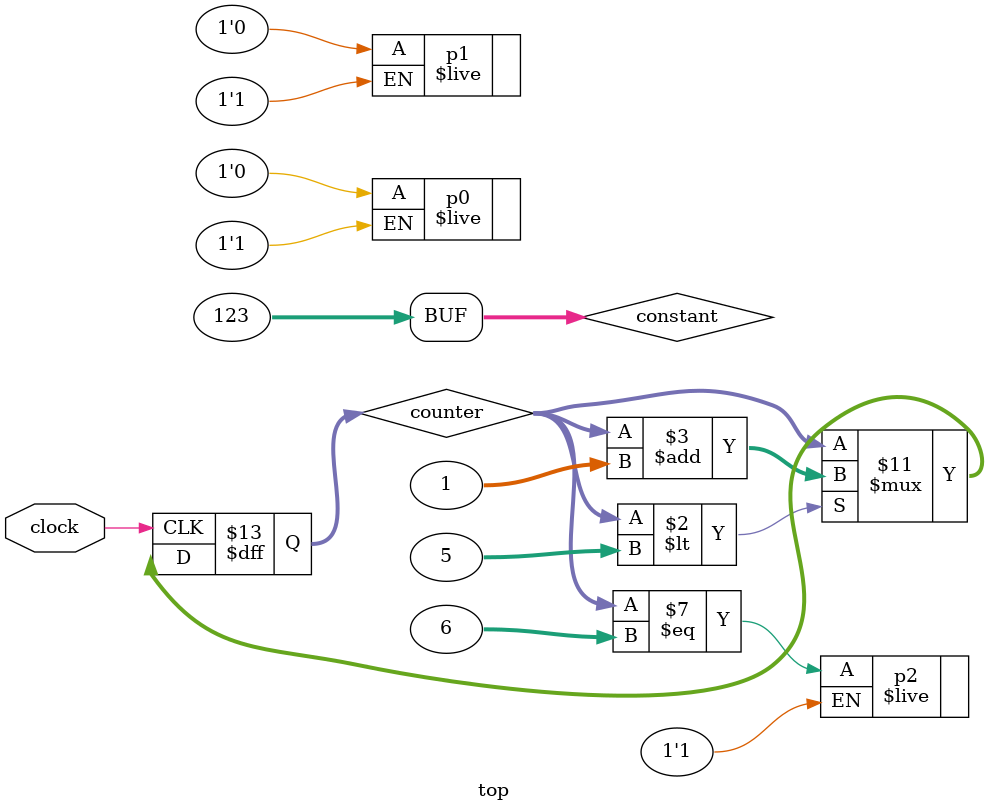
<source format=sv>
module top(input clock);

  reg [31:0] constant;
  reg [31:0] counter;

  initial constant = 123;
  initial counter = 0;

  always @(posedge clock)
    if(counter < 5)
      counter = counter + 1;

  // false never becomes true
  p0: assert property (eventually 0);

  // the constant is never 1
  p1: assert property (eventually constant == 1);

  // the counter never gets to 6
  p2: assert property (eventually counter == 6);

endmodule


</source>
